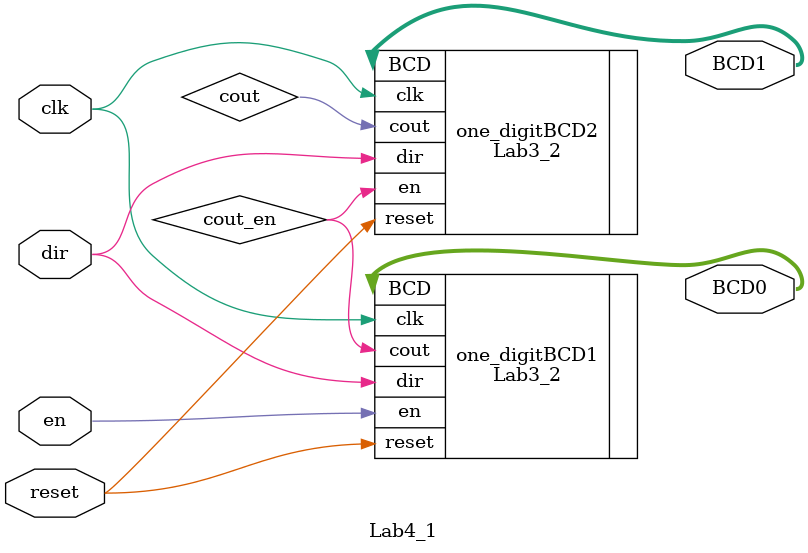
<source format=v>
`timescale 1ns / 1ps
module Lab4_1(BCD0,BCD1,dir,en,reset,clk);
input clk;
input reset;
input en;
input dir;
wire  cout_en;
wire cout;
output [3:0]BCD0;
output [3:0]BCD1;

Lab3_2 one_digitBCD1(.cout(cout_en), .BCD(BCD0), .dir(dir), .en(en), .reset(reset), .clk(clk));
Lab3_2 one_digitBCD2(.cout(cout), .BCD(BCD1), .dir(dir), .en(cout_en), .reset(reset), .clk(clk));

endmodule

</source>
